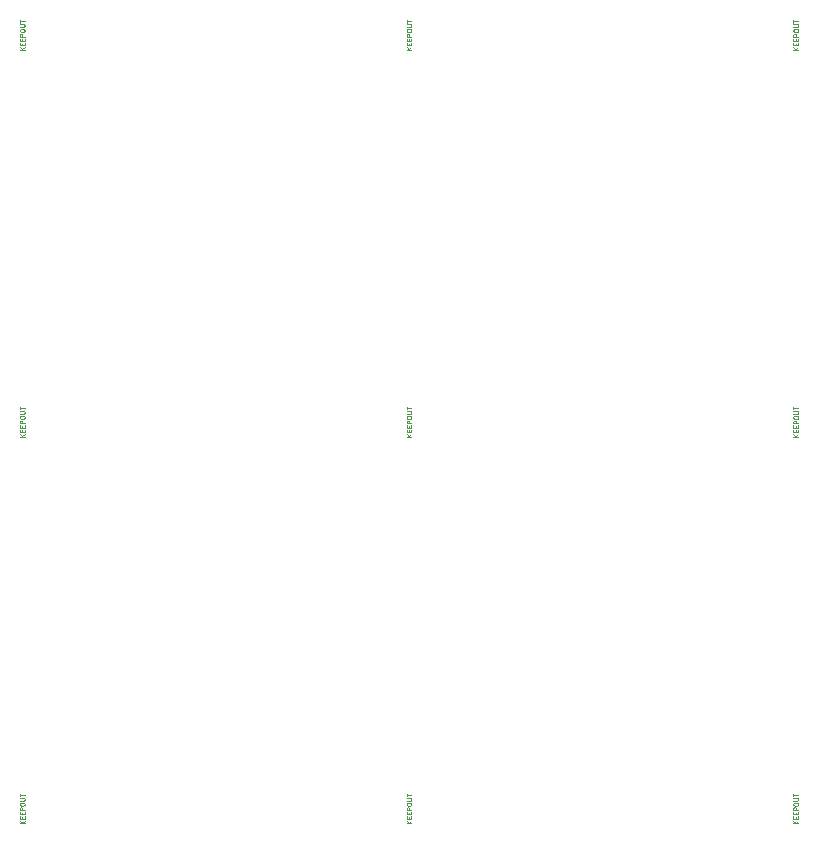
<source format=gbr>
%TF.GenerationSoftware,KiCad,Pcbnew,9.0.0-rc2-3baa6cd791~182~ubuntu24.04.1*%
%TF.CreationDate,2025-01-31T11:47:19-05:00*%
%TF.ProjectId,PCA20073_nRF54L15_Tiny_Board,50434132-3030-4373-935f-6e524635344c,rev?*%
%TF.SameCoordinates,Original*%
%TF.FileFunction,Other,Comment*%
%FSLAX45Y45*%
G04 Gerber Fmt 4.5, Leading zero omitted, Abs format (unit mm)*
G04 Created by KiCad (PCBNEW 9.0.0-rc2-3baa6cd791~182~ubuntu24.04.1) date 2025-01-31 11:47:19*
%MOMM*%
%LPD*%
G01*
G04 APERTURE LIST*
%ADD10C,0.070000*%
G04 APERTURE END LIST*
D10*
X12378156Y-10977616D02*
X12338156Y-10977616D01*
X12378156Y-10954759D02*
X12355298Y-10971902D01*
X12338156Y-10954759D02*
X12361013Y-10977616D01*
X12357203Y-10937616D02*
X12357203Y-10924283D01*
X12378156Y-10918569D02*
X12378156Y-10937616D01*
X12378156Y-10937616D02*
X12338156Y-10937616D01*
X12338156Y-10937616D02*
X12338156Y-10918569D01*
X12357203Y-10901426D02*
X12357203Y-10888093D01*
X12378156Y-10882378D02*
X12378156Y-10901426D01*
X12378156Y-10901426D02*
X12338156Y-10901426D01*
X12338156Y-10901426D02*
X12338156Y-10882378D01*
X12378156Y-10865235D02*
X12338156Y-10865235D01*
X12338156Y-10865235D02*
X12338156Y-10849997D01*
X12338156Y-10849997D02*
X12340060Y-10846188D01*
X12340060Y-10846188D02*
X12341965Y-10844283D01*
X12341965Y-10844283D02*
X12345775Y-10842378D01*
X12345775Y-10842378D02*
X12351489Y-10842378D01*
X12351489Y-10842378D02*
X12355298Y-10844283D01*
X12355298Y-10844283D02*
X12357203Y-10846188D01*
X12357203Y-10846188D02*
X12359108Y-10849997D01*
X12359108Y-10849997D02*
X12359108Y-10865235D01*
X12338156Y-10817616D02*
X12338156Y-10809997D01*
X12338156Y-10809997D02*
X12340060Y-10806188D01*
X12340060Y-10806188D02*
X12343870Y-10802378D01*
X12343870Y-10802378D02*
X12351489Y-10800474D01*
X12351489Y-10800474D02*
X12364822Y-10800474D01*
X12364822Y-10800474D02*
X12372441Y-10802378D01*
X12372441Y-10802378D02*
X12376251Y-10806188D01*
X12376251Y-10806188D02*
X12378156Y-10809997D01*
X12378156Y-10809997D02*
X12378156Y-10817616D01*
X12378156Y-10817616D02*
X12376251Y-10821426D01*
X12376251Y-10821426D02*
X12372441Y-10825235D01*
X12372441Y-10825235D02*
X12364822Y-10827140D01*
X12364822Y-10827140D02*
X12351489Y-10827140D01*
X12351489Y-10827140D02*
X12343870Y-10825235D01*
X12343870Y-10825235D02*
X12340060Y-10821426D01*
X12340060Y-10821426D02*
X12338156Y-10817616D01*
X12338156Y-10783331D02*
X12370537Y-10783331D01*
X12370537Y-10783331D02*
X12374346Y-10781426D01*
X12374346Y-10781426D02*
X12376251Y-10779521D01*
X12376251Y-10779521D02*
X12378156Y-10775712D01*
X12378156Y-10775712D02*
X12378156Y-10768093D01*
X12378156Y-10768093D02*
X12376251Y-10764283D01*
X12376251Y-10764283D02*
X12374346Y-10762378D01*
X12374346Y-10762378D02*
X12370537Y-10760474D01*
X12370537Y-10760474D02*
X12338156Y-10760474D01*
X12338156Y-10747140D02*
X12338156Y-10724283D01*
X12378156Y-10735712D02*
X12338156Y-10735712D01*
X18927903Y-7702743D02*
X18887903Y-7702743D01*
X18927903Y-7679886D02*
X18905046Y-7697028D01*
X18887903Y-7679886D02*
X18910760Y-7702743D01*
X18906951Y-7662743D02*
X18906951Y-7649409D01*
X18927903Y-7643695D02*
X18927903Y-7662743D01*
X18927903Y-7662743D02*
X18887903Y-7662743D01*
X18887903Y-7662743D02*
X18887903Y-7643695D01*
X18906951Y-7626552D02*
X18906951Y-7613219D01*
X18927903Y-7607505D02*
X18927903Y-7626552D01*
X18927903Y-7626552D02*
X18887903Y-7626552D01*
X18887903Y-7626552D02*
X18887903Y-7607505D01*
X18927903Y-7590362D02*
X18887903Y-7590362D01*
X18887903Y-7590362D02*
X18887903Y-7575124D01*
X18887903Y-7575124D02*
X18889808Y-7571314D01*
X18889808Y-7571314D02*
X18891713Y-7569409D01*
X18891713Y-7569409D02*
X18895522Y-7567505D01*
X18895522Y-7567505D02*
X18901236Y-7567505D01*
X18901236Y-7567505D02*
X18905046Y-7569409D01*
X18905046Y-7569409D02*
X18906951Y-7571314D01*
X18906951Y-7571314D02*
X18908855Y-7575124D01*
X18908855Y-7575124D02*
X18908855Y-7590362D01*
X18887903Y-7542743D02*
X18887903Y-7535124D01*
X18887903Y-7535124D02*
X18889808Y-7531314D01*
X18889808Y-7531314D02*
X18893617Y-7527505D01*
X18893617Y-7527505D02*
X18901236Y-7525600D01*
X18901236Y-7525600D02*
X18914570Y-7525600D01*
X18914570Y-7525600D02*
X18922189Y-7527505D01*
X18922189Y-7527505D02*
X18925998Y-7531314D01*
X18925998Y-7531314D02*
X18927903Y-7535124D01*
X18927903Y-7535124D02*
X18927903Y-7542743D01*
X18927903Y-7542743D02*
X18925998Y-7546552D01*
X18925998Y-7546552D02*
X18922189Y-7550362D01*
X18922189Y-7550362D02*
X18914570Y-7552266D01*
X18914570Y-7552266D02*
X18901236Y-7552266D01*
X18901236Y-7552266D02*
X18893617Y-7550362D01*
X18893617Y-7550362D02*
X18889808Y-7546552D01*
X18889808Y-7546552D02*
X18887903Y-7542743D01*
X18887903Y-7508457D02*
X18920284Y-7508457D01*
X18920284Y-7508457D02*
X18924094Y-7506552D01*
X18924094Y-7506552D02*
X18925998Y-7504647D01*
X18925998Y-7504647D02*
X18927903Y-7500838D01*
X18927903Y-7500838D02*
X18927903Y-7493219D01*
X18927903Y-7493219D02*
X18925998Y-7489409D01*
X18925998Y-7489409D02*
X18924094Y-7487505D01*
X18924094Y-7487505D02*
X18920284Y-7485600D01*
X18920284Y-7485600D02*
X18887903Y-7485600D01*
X18887903Y-7472266D02*
X18887903Y-7449409D01*
X18927903Y-7460838D02*
X18887903Y-7460838D01*
X12378156Y-4427869D02*
X12338156Y-4427869D01*
X12378156Y-4405012D02*
X12355298Y-4422155D01*
X12338156Y-4405012D02*
X12361013Y-4427869D01*
X12357203Y-4387869D02*
X12357203Y-4374536D01*
X12378156Y-4368821D02*
X12378156Y-4387869D01*
X12378156Y-4387869D02*
X12338156Y-4387869D01*
X12338156Y-4387869D02*
X12338156Y-4368821D01*
X12357203Y-4351679D02*
X12357203Y-4338345D01*
X12378156Y-4332631D02*
X12378156Y-4351679D01*
X12378156Y-4351679D02*
X12338156Y-4351679D01*
X12338156Y-4351679D02*
X12338156Y-4332631D01*
X12378156Y-4315488D02*
X12338156Y-4315488D01*
X12338156Y-4315488D02*
X12338156Y-4300250D01*
X12338156Y-4300250D02*
X12340060Y-4296440D01*
X12340060Y-4296440D02*
X12341965Y-4294536D01*
X12341965Y-4294536D02*
X12345775Y-4292631D01*
X12345775Y-4292631D02*
X12351489Y-4292631D01*
X12351489Y-4292631D02*
X12355298Y-4294536D01*
X12355298Y-4294536D02*
X12357203Y-4296440D01*
X12357203Y-4296440D02*
X12359108Y-4300250D01*
X12359108Y-4300250D02*
X12359108Y-4315488D01*
X12338156Y-4267869D02*
X12338156Y-4260250D01*
X12338156Y-4260250D02*
X12340060Y-4256440D01*
X12340060Y-4256440D02*
X12343870Y-4252631D01*
X12343870Y-4252631D02*
X12351489Y-4250726D01*
X12351489Y-4250726D02*
X12364822Y-4250726D01*
X12364822Y-4250726D02*
X12372441Y-4252631D01*
X12372441Y-4252631D02*
X12376251Y-4256440D01*
X12376251Y-4256440D02*
X12378156Y-4260250D01*
X12378156Y-4260250D02*
X12378156Y-4267869D01*
X12378156Y-4267869D02*
X12376251Y-4271679D01*
X12376251Y-4271679D02*
X12372441Y-4275488D01*
X12372441Y-4275488D02*
X12364822Y-4277393D01*
X12364822Y-4277393D02*
X12351489Y-4277393D01*
X12351489Y-4277393D02*
X12343870Y-4275488D01*
X12343870Y-4275488D02*
X12340060Y-4271679D01*
X12340060Y-4271679D02*
X12338156Y-4267869D01*
X12338156Y-4233583D02*
X12370537Y-4233583D01*
X12370537Y-4233583D02*
X12374346Y-4231679D01*
X12374346Y-4231679D02*
X12376251Y-4229774D01*
X12376251Y-4229774D02*
X12378156Y-4225964D01*
X12378156Y-4225964D02*
X12378156Y-4218345D01*
X12378156Y-4218345D02*
X12376251Y-4214536D01*
X12376251Y-4214536D02*
X12374346Y-4212631D01*
X12374346Y-4212631D02*
X12370537Y-4210726D01*
X12370537Y-4210726D02*
X12338156Y-4210726D01*
X12338156Y-4197393D02*
X12338156Y-4174536D01*
X12378156Y-4185964D02*
X12338156Y-4185964D01*
X12378156Y-7702743D02*
X12338156Y-7702743D01*
X12378156Y-7679886D02*
X12355298Y-7697028D01*
X12338156Y-7679886D02*
X12361013Y-7702743D01*
X12357203Y-7662743D02*
X12357203Y-7649409D01*
X12378156Y-7643695D02*
X12378156Y-7662743D01*
X12378156Y-7662743D02*
X12338156Y-7662743D01*
X12338156Y-7662743D02*
X12338156Y-7643695D01*
X12357203Y-7626552D02*
X12357203Y-7613219D01*
X12378156Y-7607505D02*
X12378156Y-7626552D01*
X12378156Y-7626552D02*
X12338156Y-7626552D01*
X12338156Y-7626552D02*
X12338156Y-7607505D01*
X12378156Y-7590362D02*
X12338156Y-7590362D01*
X12338156Y-7590362D02*
X12338156Y-7575124D01*
X12338156Y-7575124D02*
X12340060Y-7571314D01*
X12340060Y-7571314D02*
X12341965Y-7569409D01*
X12341965Y-7569409D02*
X12345775Y-7567505D01*
X12345775Y-7567505D02*
X12351489Y-7567505D01*
X12351489Y-7567505D02*
X12355298Y-7569409D01*
X12355298Y-7569409D02*
X12357203Y-7571314D01*
X12357203Y-7571314D02*
X12359108Y-7575124D01*
X12359108Y-7575124D02*
X12359108Y-7590362D01*
X12338156Y-7542743D02*
X12338156Y-7535124D01*
X12338156Y-7535124D02*
X12340060Y-7531314D01*
X12340060Y-7531314D02*
X12343870Y-7527505D01*
X12343870Y-7527505D02*
X12351489Y-7525600D01*
X12351489Y-7525600D02*
X12364822Y-7525600D01*
X12364822Y-7525600D02*
X12372441Y-7527505D01*
X12372441Y-7527505D02*
X12376251Y-7531314D01*
X12376251Y-7531314D02*
X12378156Y-7535124D01*
X12378156Y-7535124D02*
X12378156Y-7542743D01*
X12378156Y-7542743D02*
X12376251Y-7546552D01*
X12376251Y-7546552D02*
X12372441Y-7550362D01*
X12372441Y-7550362D02*
X12364822Y-7552266D01*
X12364822Y-7552266D02*
X12351489Y-7552266D01*
X12351489Y-7552266D02*
X12343870Y-7550362D01*
X12343870Y-7550362D02*
X12340060Y-7546552D01*
X12340060Y-7546552D02*
X12338156Y-7542743D01*
X12338156Y-7508457D02*
X12370537Y-7508457D01*
X12370537Y-7508457D02*
X12374346Y-7506552D01*
X12374346Y-7506552D02*
X12376251Y-7504647D01*
X12376251Y-7504647D02*
X12378156Y-7500838D01*
X12378156Y-7500838D02*
X12378156Y-7493219D01*
X12378156Y-7493219D02*
X12376251Y-7489409D01*
X12376251Y-7489409D02*
X12374346Y-7487505D01*
X12374346Y-7487505D02*
X12370537Y-7485600D01*
X12370537Y-7485600D02*
X12338156Y-7485600D01*
X12338156Y-7472266D02*
X12338156Y-7449409D01*
X12378156Y-7460838D02*
X12338156Y-7460838D01*
X18927903Y-10977616D02*
X18887903Y-10977616D01*
X18927903Y-10954759D02*
X18905046Y-10971902D01*
X18887903Y-10954759D02*
X18910760Y-10977616D01*
X18906951Y-10937616D02*
X18906951Y-10924283D01*
X18927903Y-10918569D02*
X18927903Y-10937616D01*
X18927903Y-10937616D02*
X18887903Y-10937616D01*
X18887903Y-10937616D02*
X18887903Y-10918569D01*
X18906951Y-10901426D02*
X18906951Y-10888093D01*
X18927903Y-10882378D02*
X18927903Y-10901426D01*
X18927903Y-10901426D02*
X18887903Y-10901426D01*
X18887903Y-10901426D02*
X18887903Y-10882378D01*
X18927903Y-10865235D02*
X18887903Y-10865235D01*
X18887903Y-10865235D02*
X18887903Y-10849997D01*
X18887903Y-10849997D02*
X18889808Y-10846188D01*
X18889808Y-10846188D02*
X18891713Y-10844283D01*
X18891713Y-10844283D02*
X18895522Y-10842378D01*
X18895522Y-10842378D02*
X18901236Y-10842378D01*
X18901236Y-10842378D02*
X18905046Y-10844283D01*
X18905046Y-10844283D02*
X18906951Y-10846188D01*
X18906951Y-10846188D02*
X18908855Y-10849997D01*
X18908855Y-10849997D02*
X18908855Y-10865235D01*
X18887903Y-10817616D02*
X18887903Y-10809997D01*
X18887903Y-10809997D02*
X18889808Y-10806188D01*
X18889808Y-10806188D02*
X18893617Y-10802378D01*
X18893617Y-10802378D02*
X18901236Y-10800474D01*
X18901236Y-10800474D02*
X18914570Y-10800474D01*
X18914570Y-10800474D02*
X18922189Y-10802378D01*
X18922189Y-10802378D02*
X18925998Y-10806188D01*
X18925998Y-10806188D02*
X18927903Y-10809997D01*
X18927903Y-10809997D02*
X18927903Y-10817616D01*
X18927903Y-10817616D02*
X18925998Y-10821426D01*
X18925998Y-10821426D02*
X18922189Y-10825235D01*
X18922189Y-10825235D02*
X18914570Y-10827140D01*
X18914570Y-10827140D02*
X18901236Y-10827140D01*
X18901236Y-10827140D02*
X18893617Y-10825235D01*
X18893617Y-10825235D02*
X18889808Y-10821426D01*
X18889808Y-10821426D02*
X18887903Y-10817616D01*
X18887903Y-10783331D02*
X18920284Y-10783331D01*
X18920284Y-10783331D02*
X18924094Y-10781426D01*
X18924094Y-10781426D02*
X18925998Y-10779521D01*
X18925998Y-10779521D02*
X18927903Y-10775712D01*
X18927903Y-10775712D02*
X18927903Y-10768093D01*
X18927903Y-10768093D02*
X18925998Y-10764283D01*
X18925998Y-10764283D02*
X18924094Y-10762378D01*
X18924094Y-10762378D02*
X18920284Y-10760474D01*
X18920284Y-10760474D02*
X18887903Y-10760474D01*
X18887903Y-10747140D02*
X18887903Y-10724283D01*
X18927903Y-10735712D02*
X18887903Y-10735712D01*
X15653029Y-7702743D02*
X15613029Y-7702743D01*
X15653029Y-7679886D02*
X15630172Y-7697028D01*
X15613029Y-7679886D02*
X15635886Y-7702743D01*
X15632077Y-7662743D02*
X15632077Y-7649409D01*
X15653029Y-7643695D02*
X15653029Y-7662743D01*
X15653029Y-7662743D02*
X15613029Y-7662743D01*
X15613029Y-7662743D02*
X15613029Y-7643695D01*
X15632077Y-7626552D02*
X15632077Y-7613219D01*
X15653029Y-7607505D02*
X15653029Y-7626552D01*
X15653029Y-7626552D02*
X15613029Y-7626552D01*
X15613029Y-7626552D02*
X15613029Y-7607505D01*
X15653029Y-7590362D02*
X15613029Y-7590362D01*
X15613029Y-7590362D02*
X15613029Y-7575124D01*
X15613029Y-7575124D02*
X15614934Y-7571314D01*
X15614934Y-7571314D02*
X15616839Y-7569409D01*
X15616839Y-7569409D02*
X15620648Y-7567505D01*
X15620648Y-7567505D02*
X15626363Y-7567505D01*
X15626363Y-7567505D02*
X15630172Y-7569409D01*
X15630172Y-7569409D02*
X15632077Y-7571314D01*
X15632077Y-7571314D02*
X15633982Y-7575124D01*
X15633982Y-7575124D02*
X15633982Y-7590362D01*
X15613029Y-7542743D02*
X15613029Y-7535124D01*
X15613029Y-7535124D02*
X15614934Y-7531314D01*
X15614934Y-7531314D02*
X15618744Y-7527505D01*
X15618744Y-7527505D02*
X15626363Y-7525600D01*
X15626363Y-7525600D02*
X15639696Y-7525600D01*
X15639696Y-7525600D02*
X15647315Y-7527505D01*
X15647315Y-7527505D02*
X15651125Y-7531314D01*
X15651125Y-7531314D02*
X15653029Y-7535124D01*
X15653029Y-7535124D02*
X15653029Y-7542743D01*
X15653029Y-7542743D02*
X15651125Y-7546552D01*
X15651125Y-7546552D02*
X15647315Y-7550362D01*
X15647315Y-7550362D02*
X15639696Y-7552266D01*
X15639696Y-7552266D02*
X15626363Y-7552266D01*
X15626363Y-7552266D02*
X15618744Y-7550362D01*
X15618744Y-7550362D02*
X15614934Y-7546552D01*
X15614934Y-7546552D02*
X15613029Y-7542743D01*
X15613029Y-7508457D02*
X15645410Y-7508457D01*
X15645410Y-7508457D02*
X15649220Y-7506552D01*
X15649220Y-7506552D02*
X15651125Y-7504647D01*
X15651125Y-7504647D02*
X15653029Y-7500838D01*
X15653029Y-7500838D02*
X15653029Y-7493219D01*
X15653029Y-7493219D02*
X15651125Y-7489409D01*
X15651125Y-7489409D02*
X15649220Y-7487505D01*
X15649220Y-7487505D02*
X15645410Y-7485600D01*
X15645410Y-7485600D02*
X15613029Y-7485600D01*
X15613029Y-7472266D02*
X15613029Y-7449409D01*
X15653029Y-7460838D02*
X15613029Y-7460838D01*
X15653029Y-10977616D02*
X15613029Y-10977616D01*
X15653029Y-10954759D02*
X15630172Y-10971902D01*
X15613029Y-10954759D02*
X15635886Y-10977616D01*
X15632077Y-10937616D02*
X15632077Y-10924283D01*
X15653029Y-10918569D02*
X15653029Y-10937616D01*
X15653029Y-10937616D02*
X15613029Y-10937616D01*
X15613029Y-10937616D02*
X15613029Y-10918569D01*
X15632077Y-10901426D02*
X15632077Y-10888093D01*
X15653029Y-10882378D02*
X15653029Y-10901426D01*
X15653029Y-10901426D02*
X15613029Y-10901426D01*
X15613029Y-10901426D02*
X15613029Y-10882378D01*
X15653029Y-10865235D02*
X15613029Y-10865235D01*
X15613029Y-10865235D02*
X15613029Y-10849997D01*
X15613029Y-10849997D02*
X15614934Y-10846188D01*
X15614934Y-10846188D02*
X15616839Y-10844283D01*
X15616839Y-10844283D02*
X15620648Y-10842378D01*
X15620648Y-10842378D02*
X15626363Y-10842378D01*
X15626363Y-10842378D02*
X15630172Y-10844283D01*
X15630172Y-10844283D02*
X15632077Y-10846188D01*
X15632077Y-10846188D02*
X15633982Y-10849997D01*
X15633982Y-10849997D02*
X15633982Y-10865235D01*
X15613029Y-10817616D02*
X15613029Y-10809997D01*
X15613029Y-10809997D02*
X15614934Y-10806188D01*
X15614934Y-10806188D02*
X15618744Y-10802378D01*
X15618744Y-10802378D02*
X15626363Y-10800474D01*
X15626363Y-10800474D02*
X15639696Y-10800474D01*
X15639696Y-10800474D02*
X15647315Y-10802378D01*
X15647315Y-10802378D02*
X15651125Y-10806188D01*
X15651125Y-10806188D02*
X15653029Y-10809997D01*
X15653029Y-10809997D02*
X15653029Y-10817616D01*
X15653029Y-10817616D02*
X15651125Y-10821426D01*
X15651125Y-10821426D02*
X15647315Y-10825235D01*
X15647315Y-10825235D02*
X15639696Y-10827140D01*
X15639696Y-10827140D02*
X15626363Y-10827140D01*
X15626363Y-10827140D02*
X15618744Y-10825235D01*
X15618744Y-10825235D02*
X15614934Y-10821426D01*
X15614934Y-10821426D02*
X15613029Y-10817616D01*
X15613029Y-10783331D02*
X15645410Y-10783331D01*
X15645410Y-10783331D02*
X15649220Y-10781426D01*
X15649220Y-10781426D02*
X15651125Y-10779521D01*
X15651125Y-10779521D02*
X15653029Y-10775712D01*
X15653029Y-10775712D02*
X15653029Y-10768093D01*
X15653029Y-10768093D02*
X15651125Y-10764283D01*
X15651125Y-10764283D02*
X15649220Y-10762378D01*
X15649220Y-10762378D02*
X15645410Y-10760474D01*
X15645410Y-10760474D02*
X15613029Y-10760474D01*
X15613029Y-10747140D02*
X15613029Y-10724283D01*
X15653029Y-10735712D02*
X15613029Y-10735712D01*
X18927903Y-4427869D02*
X18887903Y-4427869D01*
X18927903Y-4405012D02*
X18905046Y-4422155D01*
X18887903Y-4405012D02*
X18910760Y-4427869D01*
X18906951Y-4387869D02*
X18906951Y-4374536D01*
X18927903Y-4368821D02*
X18927903Y-4387869D01*
X18927903Y-4387869D02*
X18887903Y-4387869D01*
X18887903Y-4387869D02*
X18887903Y-4368821D01*
X18906951Y-4351679D02*
X18906951Y-4338345D01*
X18927903Y-4332631D02*
X18927903Y-4351679D01*
X18927903Y-4351679D02*
X18887903Y-4351679D01*
X18887903Y-4351679D02*
X18887903Y-4332631D01*
X18927903Y-4315488D02*
X18887903Y-4315488D01*
X18887903Y-4315488D02*
X18887903Y-4300250D01*
X18887903Y-4300250D02*
X18889808Y-4296440D01*
X18889808Y-4296440D02*
X18891713Y-4294536D01*
X18891713Y-4294536D02*
X18895522Y-4292631D01*
X18895522Y-4292631D02*
X18901236Y-4292631D01*
X18901236Y-4292631D02*
X18905046Y-4294536D01*
X18905046Y-4294536D02*
X18906951Y-4296440D01*
X18906951Y-4296440D02*
X18908855Y-4300250D01*
X18908855Y-4300250D02*
X18908855Y-4315488D01*
X18887903Y-4267869D02*
X18887903Y-4260250D01*
X18887903Y-4260250D02*
X18889808Y-4256440D01*
X18889808Y-4256440D02*
X18893617Y-4252631D01*
X18893617Y-4252631D02*
X18901236Y-4250726D01*
X18901236Y-4250726D02*
X18914570Y-4250726D01*
X18914570Y-4250726D02*
X18922189Y-4252631D01*
X18922189Y-4252631D02*
X18925998Y-4256440D01*
X18925998Y-4256440D02*
X18927903Y-4260250D01*
X18927903Y-4260250D02*
X18927903Y-4267869D01*
X18927903Y-4267869D02*
X18925998Y-4271679D01*
X18925998Y-4271679D02*
X18922189Y-4275488D01*
X18922189Y-4275488D02*
X18914570Y-4277393D01*
X18914570Y-4277393D02*
X18901236Y-4277393D01*
X18901236Y-4277393D02*
X18893617Y-4275488D01*
X18893617Y-4275488D02*
X18889808Y-4271679D01*
X18889808Y-4271679D02*
X18887903Y-4267869D01*
X18887903Y-4233583D02*
X18920284Y-4233583D01*
X18920284Y-4233583D02*
X18924094Y-4231679D01*
X18924094Y-4231679D02*
X18925998Y-4229774D01*
X18925998Y-4229774D02*
X18927903Y-4225964D01*
X18927903Y-4225964D02*
X18927903Y-4218345D01*
X18927903Y-4218345D02*
X18925998Y-4214536D01*
X18925998Y-4214536D02*
X18924094Y-4212631D01*
X18924094Y-4212631D02*
X18920284Y-4210726D01*
X18920284Y-4210726D02*
X18887903Y-4210726D01*
X18887903Y-4197393D02*
X18887903Y-4174536D01*
X18927903Y-4185964D02*
X18887903Y-4185964D01*
X15653029Y-4427869D02*
X15613029Y-4427869D01*
X15653029Y-4405012D02*
X15630172Y-4422155D01*
X15613029Y-4405012D02*
X15635886Y-4427869D01*
X15632077Y-4387869D02*
X15632077Y-4374536D01*
X15653029Y-4368821D02*
X15653029Y-4387869D01*
X15653029Y-4387869D02*
X15613029Y-4387869D01*
X15613029Y-4387869D02*
X15613029Y-4368821D01*
X15632077Y-4351679D02*
X15632077Y-4338345D01*
X15653029Y-4332631D02*
X15653029Y-4351679D01*
X15653029Y-4351679D02*
X15613029Y-4351679D01*
X15613029Y-4351679D02*
X15613029Y-4332631D01*
X15653029Y-4315488D02*
X15613029Y-4315488D01*
X15613029Y-4315488D02*
X15613029Y-4300250D01*
X15613029Y-4300250D02*
X15614934Y-4296440D01*
X15614934Y-4296440D02*
X15616839Y-4294536D01*
X15616839Y-4294536D02*
X15620648Y-4292631D01*
X15620648Y-4292631D02*
X15626363Y-4292631D01*
X15626363Y-4292631D02*
X15630172Y-4294536D01*
X15630172Y-4294536D02*
X15632077Y-4296440D01*
X15632077Y-4296440D02*
X15633982Y-4300250D01*
X15633982Y-4300250D02*
X15633982Y-4315488D01*
X15613029Y-4267869D02*
X15613029Y-4260250D01*
X15613029Y-4260250D02*
X15614934Y-4256440D01*
X15614934Y-4256440D02*
X15618744Y-4252631D01*
X15618744Y-4252631D02*
X15626363Y-4250726D01*
X15626363Y-4250726D02*
X15639696Y-4250726D01*
X15639696Y-4250726D02*
X15647315Y-4252631D01*
X15647315Y-4252631D02*
X15651125Y-4256440D01*
X15651125Y-4256440D02*
X15653029Y-4260250D01*
X15653029Y-4260250D02*
X15653029Y-4267869D01*
X15653029Y-4267869D02*
X15651125Y-4271679D01*
X15651125Y-4271679D02*
X15647315Y-4275488D01*
X15647315Y-4275488D02*
X15639696Y-4277393D01*
X15639696Y-4277393D02*
X15626363Y-4277393D01*
X15626363Y-4277393D02*
X15618744Y-4275488D01*
X15618744Y-4275488D02*
X15614934Y-4271679D01*
X15614934Y-4271679D02*
X15613029Y-4267869D01*
X15613029Y-4233583D02*
X15645410Y-4233583D01*
X15645410Y-4233583D02*
X15649220Y-4231679D01*
X15649220Y-4231679D02*
X15651125Y-4229774D01*
X15651125Y-4229774D02*
X15653029Y-4225964D01*
X15653029Y-4225964D02*
X15653029Y-4218345D01*
X15653029Y-4218345D02*
X15651125Y-4214536D01*
X15651125Y-4214536D02*
X15649220Y-4212631D01*
X15649220Y-4212631D02*
X15645410Y-4210726D01*
X15645410Y-4210726D02*
X15613029Y-4210726D01*
X15613029Y-4197393D02*
X15613029Y-4174536D01*
X15653029Y-4185964D02*
X15613029Y-4185964D01*
M02*

</source>
